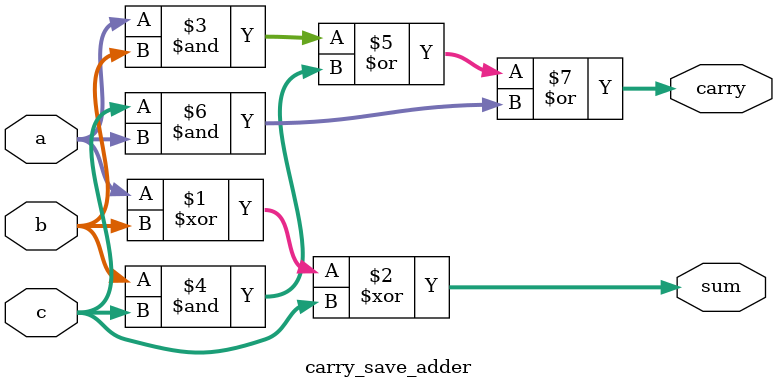
<source format=sv>
`timescale 1ns / 1ps


module carry_save_adder #(parameter N=4)(
input logic [N -1:0] a ,
 input logic [N -1:0] b ,
input logic [N -1:0] c ,
output logic [N -1:0] sum ,
output logic [N -1:0] carry
   );
   assign sum = a ^ b ^ c ;
 assign carry = ( a & b )| ( b & c )| ( c & a ) ;
endmodule

</source>
